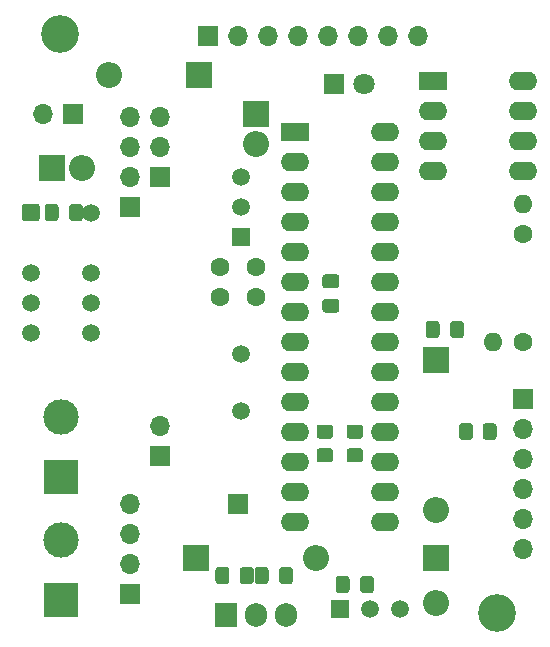
<source format=gbr>
%TF.GenerationSoftware,KiCad,Pcbnew,(5.1.12)-1*%
%TF.CreationDate,2025-06-06T13:01:38+02:00*%
%TF.ProjectId,telecommande,74656c65-636f-46d6-9d61-6e64652e6b69,rev?*%
%TF.SameCoordinates,Original*%
%TF.FileFunction,Soldermask,Bot*%
%TF.FilePolarity,Negative*%
%FSLAX46Y46*%
G04 Gerber Fmt 4.6, Leading zero omitted, Abs format (unit mm)*
G04 Created by KiCad (PCBNEW (5.1.12)-1) date 2025-06-06 13:01:38*
%MOMM*%
%LPD*%
G01*
G04 APERTURE LIST*
%ADD10O,1.700000X1.700000*%
%ADD11R,1.700000X1.700000*%
%ADD12O,2.200000X2.200000*%
%ADD13R,2.200000X2.200000*%
%ADD14C,3.200000*%
%ADD15O,2.400000X1.600000*%
%ADD16R,2.400000X1.600000*%
%ADD17O,1.600000X1.600000*%
%ADD18C,1.600000*%
%ADD19C,1.500000*%
%ADD20O,1.905000X2.000000*%
%ADD21R,1.905000X2.000000*%
%ADD22R,1.500000X1.500000*%
%ADD23C,3.000000*%
%ADD24R,3.000000X3.000000*%
%ADD25C,1.800000*%
%ADD26R,1.800000X1.800000*%
G04 APERTURE END LIST*
D10*
%TO.C,J2*%
X82550000Y-78740000D03*
D11*
X85090000Y-78740000D03*
%TD*%
D12*
%TO.C,D3*%
X88138000Y-75438000D03*
D13*
X95758000Y-75438000D03*
%TD*%
D10*
%TO.C,J10*%
X89916000Y-111760000D03*
X89916000Y-114300000D03*
X89916000Y-116840000D03*
D11*
X89916000Y-119380000D03*
%TD*%
D10*
%TO.C,J9*%
X92456000Y-78994000D03*
X92456000Y-81534000D03*
D11*
X92456000Y-84074000D03*
%TD*%
D10*
%TO.C,J4*%
X92456000Y-105156000D03*
D11*
X92456000Y-107696000D03*
%TD*%
D10*
%TO.C,J3*%
X89916000Y-78994000D03*
X89916000Y-81534000D03*
X89916000Y-84074000D03*
D11*
X89916000Y-86614000D03*
%TD*%
D14*
%TO.C,H2*%
X121000000Y-121000000D03*
%TD*%
%TO.C,H1*%
X84000000Y-72000000D03*
%TD*%
D10*
%TO.C,J1*%
X114300000Y-72136000D03*
X111760000Y-72136000D03*
X109220000Y-72136000D03*
X106680000Y-72136000D03*
X104140000Y-72136000D03*
X101600000Y-72136000D03*
X99060000Y-72136000D03*
D11*
X96520000Y-72136000D03*
%TD*%
D15*
%TO.C,U3*%
X123190000Y-75946000D03*
X115570000Y-83566000D03*
X123190000Y-78486000D03*
X115570000Y-81026000D03*
X123190000Y-81026000D03*
X115570000Y-78486000D03*
X123190000Y-83566000D03*
D16*
X115570000Y-75946000D03*
%TD*%
D17*
%TO.C,R2*%
X120650000Y-98044000D03*
D18*
X123190000Y-98044000D03*
%TD*%
D12*
%TO.C,D5*%
X115824000Y-120142000D03*
D13*
X115824000Y-116332000D03*
%TD*%
D12*
%TO.C,D1*%
X115824000Y-112268000D03*
D13*
X115824000Y-99568000D03*
%TD*%
%TO.C,R5*%
G36*
G01*
X118980000Y-105213999D02*
X118980000Y-106114001D01*
G75*
G02*
X118730001Y-106364000I-249999J0D01*
G01*
X118029999Y-106364000D01*
G75*
G02*
X117780000Y-106114001I0J249999D01*
G01*
X117780000Y-105213999D01*
G75*
G02*
X118029999Y-104964000I249999J0D01*
G01*
X118730001Y-104964000D01*
G75*
G02*
X118980000Y-105213999I0J-249999D01*
G01*
G37*
G36*
G01*
X120980000Y-105213999D02*
X120980000Y-106114001D01*
G75*
G02*
X120730001Y-106364000I-249999J0D01*
G01*
X120029999Y-106364000D01*
G75*
G02*
X119780000Y-106114001I0J249999D01*
G01*
X119780000Y-105213999D01*
G75*
G02*
X120029999Y-104964000I249999J0D01*
G01*
X120730001Y-104964000D01*
G75*
G02*
X120980000Y-105213999I0J-249999D01*
G01*
G37*
%TD*%
D12*
%TO.C,D7*%
X105664000Y-116332000D03*
D13*
X95504000Y-116332000D03*
%TD*%
D19*
%TO.C,Y1*%
X99314000Y-103960000D03*
X99314000Y-99060000D03*
%TD*%
D20*
%TO.C,U4*%
X103124000Y-121158000D03*
X100584000Y-121158000D03*
D21*
X98044000Y-121158000D03*
%TD*%
D15*
%TO.C,U2*%
X111506000Y-80264000D03*
X103886000Y-113284000D03*
X111506000Y-82804000D03*
X103886000Y-110744000D03*
X111506000Y-85344000D03*
X103886000Y-108204000D03*
X111506000Y-87884000D03*
X103886000Y-105664000D03*
X111506000Y-90424000D03*
X103886000Y-103124000D03*
X111506000Y-92964000D03*
X103886000Y-100584000D03*
X111506000Y-95504000D03*
X103886000Y-98044000D03*
X111506000Y-98044000D03*
X103886000Y-95504000D03*
X111506000Y-100584000D03*
X103886000Y-92964000D03*
X111506000Y-103124000D03*
X103886000Y-90424000D03*
X111506000Y-105664000D03*
X103886000Y-87884000D03*
X111506000Y-108204000D03*
X103886000Y-85344000D03*
X111506000Y-110744000D03*
X103886000Y-82804000D03*
X111506000Y-113284000D03*
D16*
X103886000Y-80264000D03*
%TD*%
D22*
%TO.C,U1*%
X107696000Y-120650000D03*
D19*
X112776000Y-120650000D03*
X110236000Y-120650000D03*
%TD*%
%TO.C,R9*%
G36*
G01*
X108515999Y-107080000D02*
X109416001Y-107080000D01*
G75*
G02*
X109666000Y-107329999I0J-249999D01*
G01*
X109666000Y-108030001D01*
G75*
G02*
X109416001Y-108280000I-249999J0D01*
G01*
X108515999Y-108280000D01*
G75*
G02*
X108266000Y-108030001I0J249999D01*
G01*
X108266000Y-107329999D01*
G75*
G02*
X108515999Y-107080000I249999J0D01*
G01*
G37*
G36*
G01*
X108515999Y-105080000D02*
X109416001Y-105080000D01*
G75*
G02*
X109666000Y-105329999I0J-249999D01*
G01*
X109666000Y-106030001D01*
G75*
G02*
X109416001Y-106280000I-249999J0D01*
G01*
X108515999Y-106280000D01*
G75*
G02*
X108266000Y-106030001I0J249999D01*
G01*
X108266000Y-105329999D01*
G75*
G02*
X108515999Y-105080000I249999J0D01*
G01*
G37*
%TD*%
%TO.C,R8*%
G36*
G01*
X105975999Y-107080000D02*
X106876001Y-107080000D01*
G75*
G02*
X107126000Y-107329999I0J-249999D01*
G01*
X107126000Y-108030001D01*
G75*
G02*
X106876001Y-108280000I-249999J0D01*
G01*
X105975999Y-108280000D01*
G75*
G02*
X105726000Y-108030001I0J249999D01*
G01*
X105726000Y-107329999D01*
G75*
G02*
X105975999Y-107080000I249999J0D01*
G01*
G37*
G36*
G01*
X105975999Y-105080000D02*
X106876001Y-105080000D01*
G75*
G02*
X107126000Y-105329999I0J-249999D01*
G01*
X107126000Y-106030001D01*
G75*
G02*
X106876001Y-106280000I-249999J0D01*
G01*
X105975999Y-106280000D01*
G75*
G02*
X105726000Y-106030001I0J249999D01*
G01*
X105726000Y-105329999D01*
G75*
G02*
X105975999Y-105080000I249999J0D01*
G01*
G37*
%TD*%
D17*
%TO.C,R3*%
X123190000Y-86360000D03*
D18*
X123190000Y-88900000D03*
%TD*%
D22*
%TO.C,Q1*%
X99314000Y-89154000D03*
D19*
X99314000Y-84074000D03*
X99314000Y-86614000D03*
%TD*%
%TO.C,K1*%
X86614000Y-87122000D03*
X86614000Y-92202000D03*
X86614000Y-94742000D03*
X86614000Y-97282000D03*
X81534000Y-97282000D03*
X81534000Y-94742000D03*
X81534000Y-92202000D03*
G36*
G01*
X80784000Y-87621500D02*
X80784000Y-86622500D01*
G75*
G02*
X81034500Y-86372000I250500J0D01*
G01*
X82033500Y-86372000D01*
G75*
G02*
X82284000Y-86622500I0J-250500D01*
G01*
X82284000Y-87621500D01*
G75*
G02*
X82033500Y-87872000I-250500J0D01*
G01*
X81034500Y-87872000D01*
G75*
G02*
X80784000Y-87621500I0J250500D01*
G01*
G37*
%TD*%
D11*
%TO.C,J8*%
X99060000Y-111760000D03*
%TD*%
D23*
%TO.C,J7*%
X84074000Y-104394000D03*
D24*
X84074000Y-109474000D03*
%TD*%
D23*
%TO.C,J6*%
X84074000Y-114808000D03*
D24*
X84074000Y-119888000D03*
%TD*%
D10*
%TO.C,J5*%
X123190000Y-115570000D03*
X123190000Y-113030000D03*
X123190000Y-110490000D03*
X123190000Y-107950000D03*
X123190000Y-105410000D03*
D11*
X123190000Y-102870000D03*
%TD*%
D12*
%TO.C,D6*%
X85852000Y-83312000D03*
D13*
X83312000Y-83312000D03*
%TD*%
D25*
%TO.C,D4*%
X109728000Y-76200000D03*
D26*
X107188000Y-76200000D03*
%TD*%
D12*
%TO.C,D2*%
X100584000Y-81280000D03*
D13*
X100584000Y-78740000D03*
%TD*%
%TO.C,C8*%
G36*
G01*
X99234500Y-118331000D02*
X99234500Y-117381000D01*
G75*
G02*
X99484500Y-117131000I250000J0D01*
G01*
X100159500Y-117131000D01*
G75*
G02*
X100409500Y-117381000I0J-250000D01*
G01*
X100409500Y-118331000D01*
G75*
G02*
X100159500Y-118581000I-250000J0D01*
G01*
X99484500Y-118581000D01*
G75*
G02*
X99234500Y-118331000I0J250000D01*
G01*
G37*
G36*
G01*
X97159500Y-118331000D02*
X97159500Y-117381000D01*
G75*
G02*
X97409500Y-117131000I250000J0D01*
G01*
X98084500Y-117131000D01*
G75*
G02*
X98334500Y-117381000I0J-250000D01*
G01*
X98334500Y-118331000D01*
G75*
G02*
X98084500Y-118581000I-250000J0D01*
G01*
X97409500Y-118581000D01*
G75*
G02*
X97159500Y-118331000I0J250000D01*
G01*
G37*
%TD*%
%TO.C,C7*%
G36*
G01*
X84778000Y-87597000D02*
X84778000Y-86647000D01*
G75*
G02*
X85028000Y-86397000I250000J0D01*
G01*
X85703000Y-86397000D01*
G75*
G02*
X85953000Y-86647000I0J-250000D01*
G01*
X85953000Y-87597000D01*
G75*
G02*
X85703000Y-87847000I-250000J0D01*
G01*
X85028000Y-87847000D01*
G75*
G02*
X84778000Y-87597000I0J250000D01*
G01*
G37*
G36*
G01*
X82703000Y-87597000D02*
X82703000Y-86647000D01*
G75*
G02*
X82953000Y-86397000I250000J0D01*
G01*
X83628000Y-86397000D01*
G75*
G02*
X83878000Y-86647000I0J-250000D01*
G01*
X83878000Y-87597000D01*
G75*
G02*
X83628000Y-87847000I-250000J0D01*
G01*
X82953000Y-87847000D01*
G75*
G02*
X82703000Y-87597000I0J250000D01*
G01*
G37*
%TD*%
%TO.C,C6*%
G36*
G01*
X117036000Y-97503000D02*
X117036000Y-96553000D01*
G75*
G02*
X117286000Y-96303000I250000J0D01*
G01*
X117961000Y-96303000D01*
G75*
G02*
X118211000Y-96553000I0J-250000D01*
G01*
X118211000Y-97503000D01*
G75*
G02*
X117961000Y-97753000I-250000J0D01*
G01*
X117286000Y-97753000D01*
G75*
G02*
X117036000Y-97503000I0J250000D01*
G01*
G37*
G36*
G01*
X114961000Y-97503000D02*
X114961000Y-96553000D01*
G75*
G02*
X115211000Y-96303000I250000J0D01*
G01*
X115886000Y-96303000D01*
G75*
G02*
X116136000Y-96553000I0J-250000D01*
G01*
X116136000Y-97503000D01*
G75*
G02*
X115886000Y-97753000I-250000J0D01*
G01*
X115211000Y-97753000D01*
G75*
G02*
X114961000Y-97503000I0J250000D01*
G01*
G37*
%TD*%
%TO.C,C5*%
G36*
G01*
X106459000Y-94430000D02*
X107409000Y-94430000D01*
G75*
G02*
X107659000Y-94680000I0J-250000D01*
G01*
X107659000Y-95355000D01*
G75*
G02*
X107409000Y-95605000I-250000J0D01*
G01*
X106459000Y-95605000D01*
G75*
G02*
X106209000Y-95355000I0J250000D01*
G01*
X106209000Y-94680000D01*
G75*
G02*
X106459000Y-94430000I250000J0D01*
G01*
G37*
G36*
G01*
X106459000Y-92355000D02*
X107409000Y-92355000D01*
G75*
G02*
X107659000Y-92605000I0J-250000D01*
G01*
X107659000Y-93280000D01*
G75*
G02*
X107409000Y-93530000I-250000J0D01*
G01*
X106459000Y-93530000D01*
G75*
G02*
X106209000Y-93280000I0J250000D01*
G01*
X106209000Y-92605000D01*
G75*
G02*
X106459000Y-92355000I250000J0D01*
G01*
G37*
%TD*%
%TO.C,C4*%
G36*
G01*
X109416000Y-119093000D02*
X109416000Y-118143000D01*
G75*
G02*
X109666000Y-117893000I250000J0D01*
G01*
X110341000Y-117893000D01*
G75*
G02*
X110591000Y-118143000I0J-250000D01*
G01*
X110591000Y-119093000D01*
G75*
G02*
X110341000Y-119343000I-250000J0D01*
G01*
X109666000Y-119343000D01*
G75*
G02*
X109416000Y-119093000I0J250000D01*
G01*
G37*
G36*
G01*
X107341000Y-119093000D02*
X107341000Y-118143000D01*
G75*
G02*
X107591000Y-117893000I250000J0D01*
G01*
X108266000Y-117893000D01*
G75*
G02*
X108516000Y-118143000I0J-250000D01*
G01*
X108516000Y-119093000D01*
G75*
G02*
X108266000Y-119343000I-250000J0D01*
G01*
X107591000Y-119343000D01*
G75*
G02*
X107341000Y-119093000I0J250000D01*
G01*
G37*
%TD*%
D18*
%TO.C,C3*%
X97536000Y-91734000D03*
X97536000Y-94234000D03*
%TD*%
%TO.C,C2*%
X100584000Y-91734000D03*
X100584000Y-94234000D03*
%TD*%
%TO.C,C1*%
G36*
G01*
X101658000Y-117381000D02*
X101658000Y-118331000D01*
G75*
G02*
X101408000Y-118581000I-250000J0D01*
G01*
X100733000Y-118581000D01*
G75*
G02*
X100483000Y-118331000I0J250000D01*
G01*
X100483000Y-117381000D01*
G75*
G02*
X100733000Y-117131000I250000J0D01*
G01*
X101408000Y-117131000D01*
G75*
G02*
X101658000Y-117381000I0J-250000D01*
G01*
G37*
G36*
G01*
X103733000Y-117381000D02*
X103733000Y-118331000D01*
G75*
G02*
X103483000Y-118581000I-250000J0D01*
G01*
X102808000Y-118581000D01*
G75*
G02*
X102558000Y-118331000I0J250000D01*
G01*
X102558000Y-117381000D01*
G75*
G02*
X102808000Y-117131000I250000J0D01*
G01*
X103483000Y-117131000D01*
G75*
G02*
X103733000Y-117381000I0J-250000D01*
G01*
G37*
%TD*%
M02*

</source>
